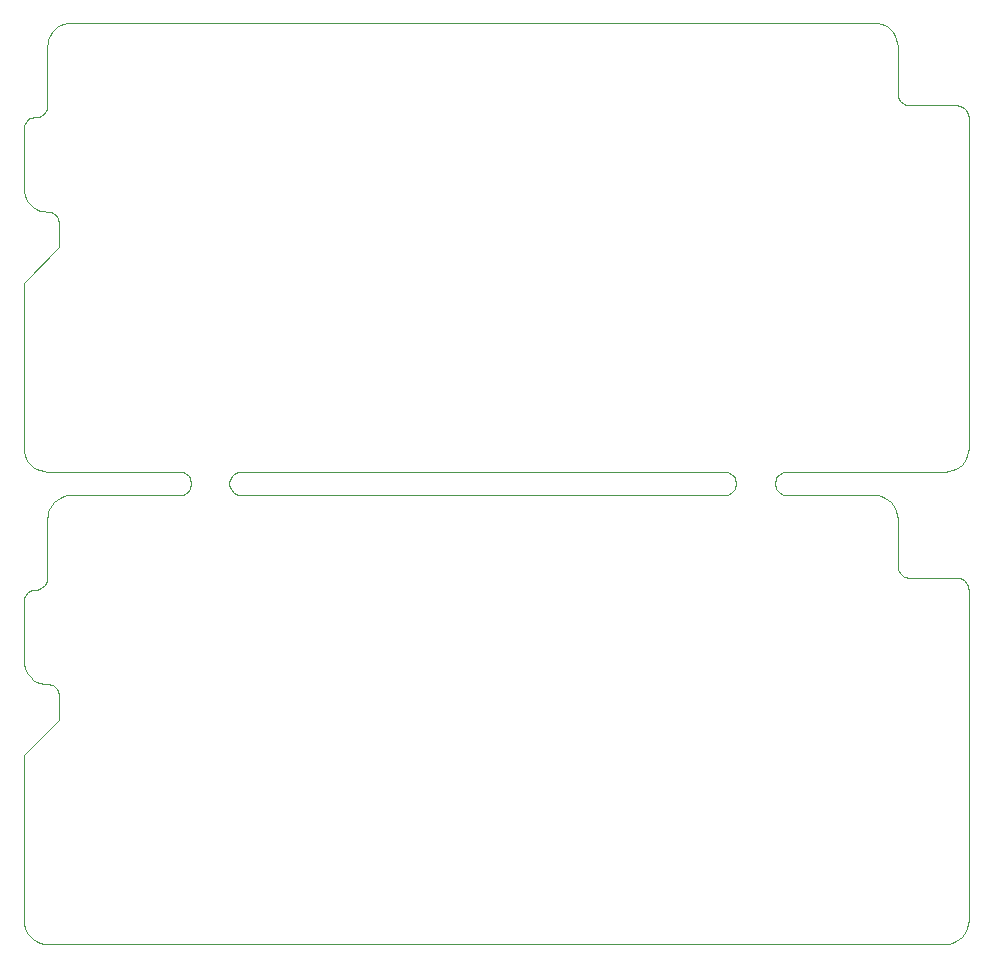
<source format=gko>
%MOIN*%
%OFA0B0*%
%FSLAX44Y44*%
%IPPOS*%
%LPD*%
%ADD10C,0*%
D10*
X00007380Y00014960D02*
X00007380Y00014960D01*
X00007380Y00014960D01*
X00007380Y00014960D01*
X00007380Y00014960D01*
X00007380Y00014960D01*
X00007380Y00014960D01*
X00007380Y00014960D01*
X00007380Y00014960D01*
X00007380Y00014960D01*
X00007380Y00014960D01*
X00007380Y00014960D01*
X00007380Y00014960D01*
X00007380Y00014960D01*
X00007380Y00014960D01*
X00007380Y00014960D01*
X00007380Y00014960D01*
X00007380Y00014960D01*
X00007380Y00014960D01*
X00007380Y00014960D01*
X00007380Y00014960D01*
X00007380Y00014960D01*
X00007251Y00014960D01*
X00007190Y00014965D01*
X00007130Y00014979D01*
X00007073Y00015003D01*
X00007020Y00015035D01*
X00006973Y00015075D01*
X00006933Y00015122D01*
X00006901Y00015175D01*
X00006877Y00015232D01*
X00006862Y00015292D01*
X00006858Y00015354D01*
X00006862Y00015415D01*
X00006877Y00015475D01*
X00006901Y00015533D01*
X00006933Y00015585D01*
X00006973Y00015632D01*
X00007020Y00015672D01*
X00007073Y00015705D01*
X00007130Y00015728D01*
X00007190Y00015743D01*
X00007251Y00015748D01*
X00023238Y00015748D01*
X00023238Y00015748D01*
X00023238Y00015748D01*
X00023238Y00015748D01*
X00023238Y00015748D01*
X00023238Y00015748D01*
X00023238Y00015748D01*
X00023238Y00015748D01*
X00023238Y00015748D01*
X00023238Y00015748D01*
X00023238Y00015748D01*
X00023238Y00015748D01*
X00023238Y00015748D01*
X00023238Y00015748D01*
X00023238Y00015748D01*
X00023238Y00015748D01*
X00023238Y00015748D01*
X00023238Y00015748D01*
X00023238Y00015748D01*
X00023238Y00015748D01*
X00023238Y00015748D01*
X00023347Y00015748D01*
X00023408Y00015743D01*
X00023468Y00015728D01*
X00023525Y00015705D01*
X00023578Y00015672D01*
X00023625Y00015632D01*
X00023665Y00015585D01*
X00023697Y00015533D01*
X00023721Y00015475D01*
X00023735Y00015415D01*
X00023740Y00015354D01*
X00023735Y00015292D01*
X00023721Y00015232D01*
X00023697Y00015175D01*
X00023665Y00015122D01*
X00023625Y00015075D01*
X00023578Y00015035D01*
X00023525Y00015003D01*
X00023468Y00014979D01*
X00023408Y00014965D01*
X00023347Y00014960D01*
X00007380Y00014960D01*
X00005186Y00015748D02*
X00005186Y00015748D01*
X00005248Y00015743D01*
X00005308Y00015728D01*
X00005365Y00015705D01*
X00005418Y00015672D01*
X00005465Y00015632D01*
X00005505Y00015585D01*
X00005537Y00015533D01*
X00005561Y00015475D01*
X00005575Y00015415D01*
X00005580Y00015354D01*
X00005575Y00015292D01*
X00005561Y00015232D01*
X00005537Y00015175D01*
X00005505Y00015122D01*
X00005465Y00015075D01*
X00005418Y00015035D01*
X00005365Y00015003D01*
X00005308Y00014979D01*
X00005248Y00014965D01*
X00005186Y00014960D01*
X00005057Y00014960D01*
X00005057Y00014960D01*
X00005057Y00014960D01*
X00005057Y00014960D01*
X00005057Y00014960D01*
X00005057Y00014960D01*
X00005057Y00014960D01*
X00005057Y00014960D01*
X00005057Y00014960D01*
X00005057Y00014960D01*
X00005057Y00014960D01*
X00005057Y00014960D01*
X00005057Y00014960D01*
X00005057Y00014960D01*
X00005057Y00014960D01*
X00005057Y00014960D01*
X00005057Y00014960D01*
X00005057Y00014960D01*
X00005057Y00014960D01*
X00005057Y00014960D01*
X00005057Y00014960D01*
X00001574Y00014960D01*
X00001451Y00014950D01*
X00001331Y00014922D01*
X00001217Y00014874D01*
X00001111Y00014810D01*
X00001018Y00014730D01*
X00000937Y00014636D01*
X00000873Y00014530D01*
X00000825Y00014416D01*
X00000797Y00014296D01*
X00000787Y00014173D01*
X00000787Y00012204D01*
X00000782Y00012143D01*
X00000768Y00012083D01*
X00000744Y00012025D01*
X00000712Y00011973D01*
X00000672Y00011926D01*
X00000625Y00011886D01*
X00000572Y00011853D01*
X00000515Y00011830D01*
X00000455Y00011815D01*
X00000393Y00011811D01*
X00000332Y00011806D01*
X00000272Y00011791D01*
X00000214Y00011768D01*
X00000162Y00011735D01*
X00000115Y00011695D01*
X00000075Y00011648D01*
X00000042Y00011596D01*
X00000019Y00011538D01*
X00000004Y00011478D01*
X00000000Y00011417D01*
X00000000Y00009448D01*
X00000009Y00009325D01*
X00000038Y00009205D01*
X00000085Y00009091D01*
X00000150Y00008985D01*
X00000230Y00008892D01*
X00000324Y00008811D01*
X00000429Y00008747D01*
X00000544Y00008699D01*
X00000664Y00008671D01*
X00000787Y00008661D01*
X00000848Y00008656D01*
X00000909Y00008642D01*
X00000966Y00008618D01*
X00001018Y00008586D01*
X00001065Y00008546D01*
X00001105Y00008499D01*
X00001138Y00008446D01*
X00001161Y00008389D01*
X00001176Y00008329D01*
X00001181Y00008267D01*
X00001181Y00007480D01*
X00000000Y00006299D01*
X00000000Y00000787D01*
X00000009Y00000664D01*
X00000038Y00000544D01*
X00000085Y00000429D01*
X00000150Y00000324D01*
X00000230Y00000230D01*
X00000324Y00000150D01*
X00000429Y00000085D01*
X00000544Y00000038D01*
X00000664Y00000009D01*
X00000787Y00000000D01*
X00030708Y00000000D01*
X00030831Y00000009D01*
X00030951Y00000038D01*
X00031066Y00000085D01*
X00031171Y00000150D01*
X00031265Y00000230D01*
X00031345Y00000324D01*
X00031410Y00000429D01*
X00031457Y00000544D01*
X00031486Y00000664D01*
X00031496Y00000787D01*
X00031496Y00011811D01*
X00031491Y00011872D01*
X00031476Y00011932D01*
X00031453Y00011989D01*
X00031420Y00012042D01*
X00031380Y00012089D01*
X00031333Y00012129D01*
X00031281Y00012161D01*
X00031224Y00012185D01*
X00031163Y00012199D01*
X00031102Y00012204D01*
X00029527Y00012204D01*
X00029465Y00012209D01*
X00029405Y00012223D01*
X00029348Y00012247D01*
X00029296Y00012279D01*
X00029249Y00012320D01*
X00029209Y00012367D01*
X00029176Y00012419D01*
X00029153Y00012476D01*
X00029138Y00012536D01*
X00029133Y00012598D01*
X00029133Y00014173D01*
X00029124Y00014296D01*
X00029095Y00014416D01*
X00029048Y00014530D01*
X00028983Y00014636D01*
X00028903Y00014730D01*
X00028809Y00014810D01*
X00028703Y00014874D01*
X00028589Y00014922D01*
X00028469Y00014950D01*
X00028346Y00014960D01*
X00025442Y00014960D01*
X00025380Y00014965D01*
X00025320Y00014979D01*
X00025263Y00015003D01*
X00025210Y00015035D01*
X00025163Y00015075D01*
X00025123Y00015122D01*
X00025091Y00015175D01*
X00025067Y00015232D01*
X00025053Y00015292D01*
X00025048Y00015354D01*
X00025053Y00015415D01*
X00025067Y00015475D01*
X00025091Y00015533D01*
X00025123Y00015585D01*
X00025163Y00015632D01*
X00025210Y00015672D01*
X00025263Y00015705D01*
X00025320Y00015728D01*
X00025380Y00015743D01*
X00025442Y00015748D01*
X00025550Y00015748D01*
X00025550Y00015748D01*
X00025550Y00015748D01*
X00025550Y00015748D01*
X00025550Y00015748D01*
X00025550Y00015748D01*
X00025550Y00015748D01*
X00025550Y00015748D01*
X00025550Y00015748D01*
X00025550Y00015748D01*
X00025550Y00015748D01*
X00025550Y00015748D01*
X00025550Y00015748D01*
X00025550Y00015748D01*
X00025550Y00015748D01*
X00025550Y00015748D01*
X00025550Y00015748D01*
X00025550Y00015748D01*
X00025550Y00015748D01*
X00025550Y00015748D01*
X00025550Y00015748D01*
X00030708Y00015748D01*
X00030831Y00015757D01*
X00030951Y00015786D01*
X00031066Y00015833D01*
X00031171Y00015898D01*
X00031265Y00015978D01*
X00031345Y00016072D01*
X00031410Y00016177D01*
X00031457Y00016292D01*
X00031486Y00016412D01*
X00031496Y00016535D01*
X00031496Y00027559D01*
X00031491Y00027620D01*
X00031476Y00027680D01*
X00031453Y00027737D01*
X00031420Y00027790D01*
X00031380Y00027837D01*
X00031333Y00027877D01*
X00031281Y00027909D01*
X00031224Y00027933D01*
X00031163Y00027947D01*
X00031102Y00027952D01*
X00029527Y00027952D01*
X00029465Y00027957D01*
X00029405Y00027972D01*
X00029348Y00027995D01*
X00029296Y00028027D01*
X00029249Y00028068D01*
X00029209Y00028115D01*
X00029176Y00028167D01*
X00029153Y00028224D01*
X00029138Y00028284D01*
X00029133Y00028346D01*
X00029133Y00029921D01*
X00029124Y00030044D01*
X00029095Y00030164D01*
X00029048Y00030278D01*
X00028983Y00030384D01*
X00028903Y00030478D01*
X00028809Y00030558D01*
X00028703Y00030622D01*
X00028589Y00030670D01*
X00028469Y00030698D01*
X00028346Y00030708D01*
X00001574Y00030708D01*
X00001451Y00030698D01*
X00001331Y00030670D01*
X00001217Y00030622D01*
X00001111Y00030558D01*
X00001018Y00030478D01*
X00000937Y00030384D01*
X00000873Y00030278D01*
X00000825Y00030164D01*
X00000797Y00030044D01*
X00000787Y00029921D01*
X00000787Y00027952D01*
X00000782Y00027891D01*
X00000768Y00027831D01*
X00000744Y00027774D01*
X00000712Y00027721D01*
X00000672Y00027674D01*
X00000625Y00027634D01*
X00000572Y00027601D01*
X00000515Y00027578D01*
X00000455Y00027563D01*
X00000393Y00027559D01*
X00000332Y00027554D01*
X00000272Y00027539D01*
X00000214Y00027516D01*
X00000162Y00027483D01*
X00000115Y00027443D01*
X00000075Y00027396D01*
X00000042Y00027344D01*
X00000019Y00027287D01*
X00000004Y00027226D01*
X00000000Y00027165D01*
X00000000Y00025196D01*
X00000009Y00025073D01*
X00000038Y00024953D01*
X00000085Y00024839D01*
X00000150Y00024734D01*
X00000230Y00024640D01*
X00000324Y00024559D01*
X00000429Y00024495D01*
X00000544Y00024447D01*
X00000664Y00024419D01*
X00000787Y00024409D01*
X00000848Y00024404D01*
X00000909Y00024390D01*
X00000966Y00024366D01*
X00001018Y00024334D01*
X00001065Y00024294D01*
X00001105Y00024247D01*
X00001138Y00024194D01*
X00001161Y00024137D01*
X00001176Y00024077D01*
X00001181Y00024015D01*
X00001181Y00023228D01*
X00000000Y00022047D01*
X00000000Y00016535D01*
X00000009Y00016412D01*
X00000038Y00016292D01*
X00000085Y00016177D01*
X00000150Y00016072D01*
X00000230Y00015978D01*
X00000324Y00015898D01*
X00000429Y00015833D01*
X00000544Y00015786D01*
X00000664Y00015757D01*
X00000787Y00015748D01*
X00005186Y00015748D01*
M02*
</source>
